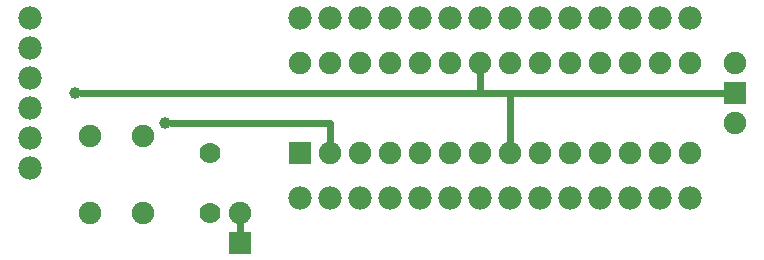
<source format=gtl>
G04 MADE WITH FRITZING*
G04 WWW.FRITZING.ORG*
G04 DOUBLE SIDED*
G04 HOLES PLATED*
G04 CONTOUR ON CENTER OF CONTOUR VECTOR*
%ASAXBY*%
%FSLAX23Y23*%
%MOIN*%
%OFA0B0*%
%SFA1.0B1.0*%
%ADD10C,0.078000*%
%ADD11C,0.075000*%
%ADD12C,0.039370*%
%ADD13C,0.070000*%
%ADD14R,0.075000X0.075000*%
%ADD15C,0.024000*%
%LNCOPPER1*%
G90*
G70*
G54D10*
X134Y811D03*
X134Y711D03*
X134Y611D03*
X134Y511D03*
X134Y411D03*
X134Y311D03*
G54D11*
X834Y61D03*
X834Y161D03*
G54D10*
X1034Y211D03*
X1134Y211D03*
X1234Y211D03*
X1334Y211D03*
X1434Y211D03*
X1534Y211D03*
X1634Y211D03*
X1734Y211D03*
X1834Y211D03*
X1934Y211D03*
X2034Y211D03*
X2134Y211D03*
X2234Y211D03*
X2334Y211D03*
X1034Y811D03*
X1134Y811D03*
X1234Y811D03*
X1334Y811D03*
X1434Y811D03*
X1534Y811D03*
X1634Y811D03*
X1734Y811D03*
X1834Y811D03*
X1934Y811D03*
X2034Y811D03*
X2134Y811D03*
X2234Y811D03*
X2334Y811D03*
G54D11*
X2484Y661D03*
X2484Y561D03*
X2484Y461D03*
X511Y416D03*
X511Y161D03*
X334Y416D03*
X334Y161D03*
G54D12*
X284Y561D03*
G54D11*
X1034Y361D03*
X1034Y661D03*
X1134Y361D03*
X1134Y661D03*
X1234Y361D03*
X1234Y661D03*
X1334Y361D03*
X1334Y661D03*
X1434Y361D03*
X1434Y661D03*
X1534Y361D03*
X1534Y661D03*
X1634Y361D03*
X1634Y661D03*
X1734Y361D03*
X1734Y661D03*
X1834Y361D03*
X1834Y661D03*
X1934Y361D03*
X1934Y661D03*
X2034Y361D03*
X2034Y661D03*
X2134Y361D03*
X2134Y661D03*
X2234Y361D03*
X2234Y661D03*
X2334Y361D03*
X2334Y661D03*
G54D12*
X585Y461D03*
G54D13*
X734Y361D03*
X734Y161D03*
G54D14*
X834Y61D03*
X2484Y561D03*
X1034Y361D03*
G54D15*
X303Y561D02*
X1634Y561D01*
D02*
X1634Y561D02*
X1634Y632D01*
D02*
X2455Y561D02*
X1734Y561D01*
D02*
X1734Y561D02*
X1734Y389D01*
D02*
X1734Y561D02*
X1734Y561D01*
D02*
X1634Y561D02*
X1734Y561D01*
D02*
X1634Y632D02*
X1634Y561D01*
D02*
X1134Y461D02*
X604Y461D01*
D02*
X1134Y389D02*
X1134Y461D01*
D02*
X834Y132D02*
X834Y89D01*
G04 End of Copper1*
M02*
</source>
